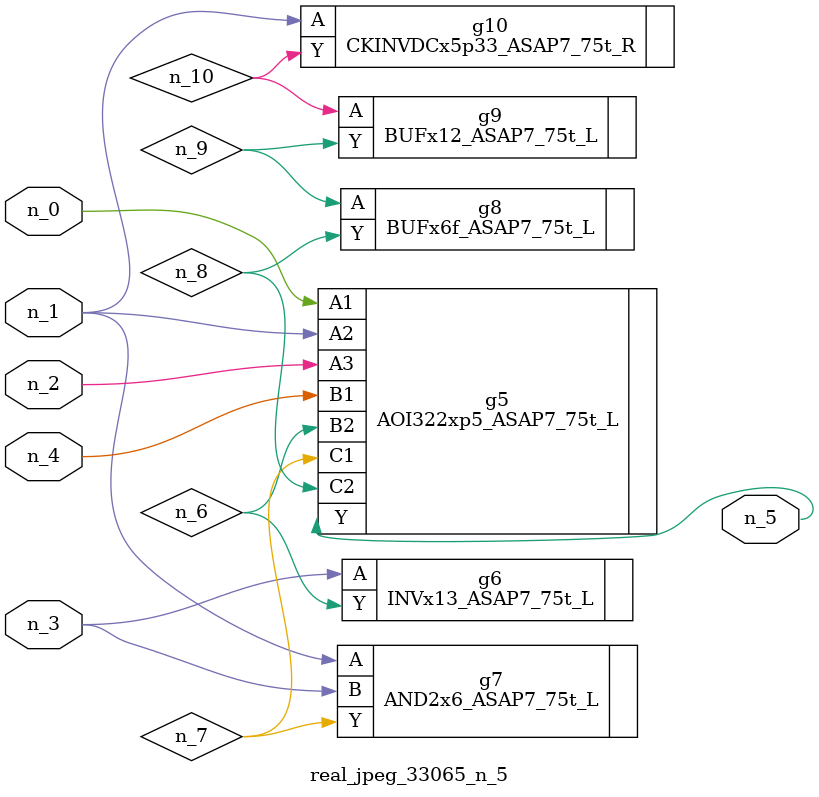
<source format=v>
module real_jpeg_33065_n_5 (n_4, n_0, n_1, n_2, n_3, n_5);

input n_4;
input n_0;
input n_1;
input n_2;
input n_3;

output n_5;

wire n_8;
wire n_6;
wire n_7;
wire n_10;
wire n_9;

AOI322xp5_ASAP7_75t_L g5 ( 
.A1(n_0),
.A2(n_1),
.A3(n_2),
.B1(n_4),
.B2(n_6),
.C1(n_7),
.C2(n_8),
.Y(n_5)
);

AND2x6_ASAP7_75t_L g7 ( 
.A(n_1),
.B(n_3),
.Y(n_7)
);

CKINVDCx5p33_ASAP7_75t_R g10 ( 
.A(n_1),
.Y(n_10)
);

INVx13_ASAP7_75t_L g6 ( 
.A(n_3),
.Y(n_6)
);

BUFx6f_ASAP7_75t_L g8 ( 
.A(n_9),
.Y(n_8)
);

BUFx12_ASAP7_75t_L g9 ( 
.A(n_10),
.Y(n_9)
);


endmodule
</source>
